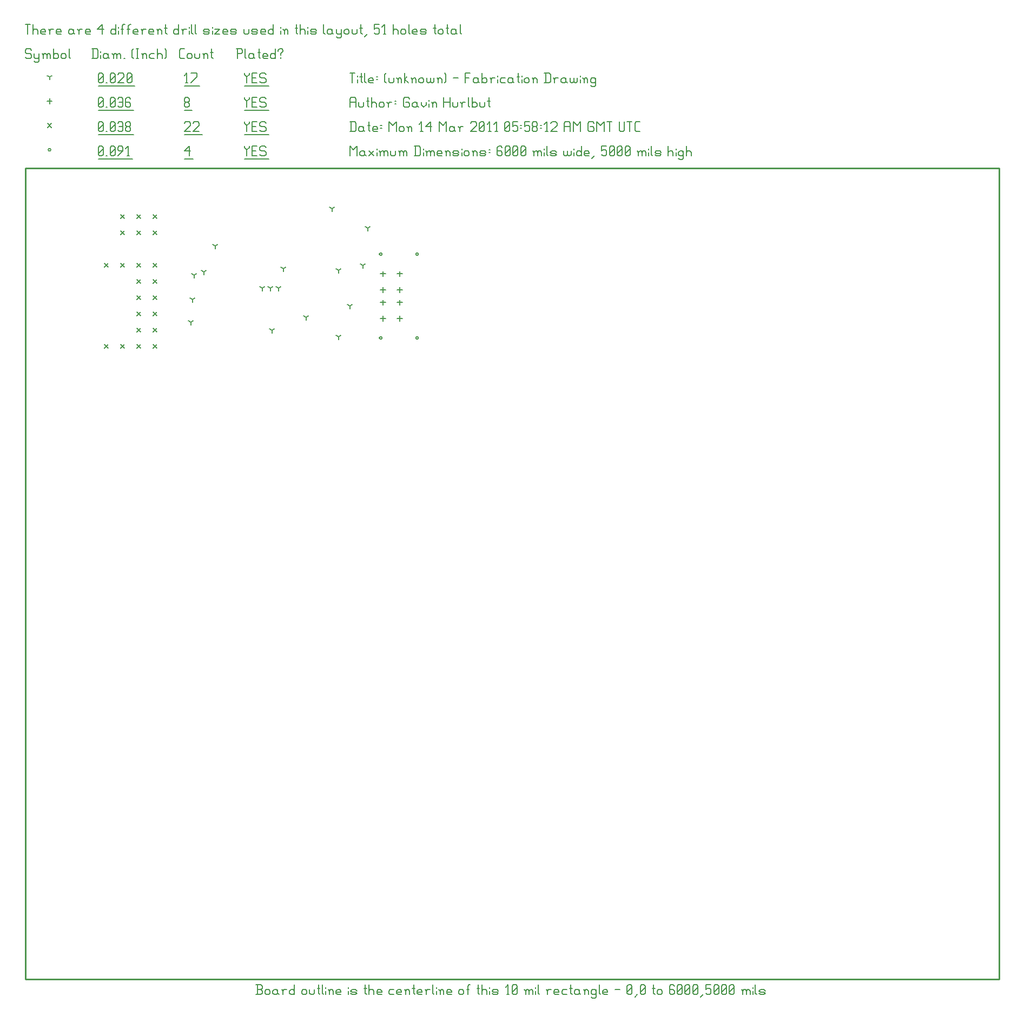
<source format=gbr>
G04 start of page 11 for group -3984 idx -3984 *
G04 Title: (unknown), fab *
G04 Creator: pcb 20091103 *
G04 CreationDate: Mon 14 Mar 2011 05:58:12 AM GMT UTC *
G04 For: gjhurlbu *
G04 Format: Gerber/RS-274X *
G04 PCB-Dimensions: 600000 500000 *
G04 PCB-Coordinate-Origin: lower left *
%MOIN*%
%FSLAX25Y25*%
%LNFAB*%
%ADD11C,0.0100*%
%ADD31R,0.0080X0.0080*%
%ADD32C,0.0060*%
G54D31*X218300Y395200D02*G75*G03X219900Y395200I800J0D01*G01*
G75*G03X218300Y395200I-800J0D01*G01*
X240700D02*G75*G03X242300Y395200I800J0D01*G01*
G75*G03X240700Y395200I-800J0D01*G01*
X218300Y446900D02*G75*G03X219900Y446900I800J0D01*G01*
G75*G03X218300Y446900I-800J0D01*G01*
X240700D02*G75*G03X242300Y446900I800J0D01*G01*
G75*G03X240700Y446900I-800J0D01*G01*
X14200Y511250D02*G75*G03X15800Y511250I800J0D01*G01*
G75*G03X14200Y511250I-800J0D01*G01*
G54D32*X135000Y513500D02*Y512750D01*
X136500Y511250D01*
X138000Y512750D01*
Y513500D02*Y512750D01*
X136500Y511250D02*Y507500D01*
X139801Y510500D02*X142051D01*
X139801Y507500D02*X142801D01*
X139801Y513500D02*Y507500D01*
Y513500D02*X142801D01*
X147603D02*X148353Y512750D01*
X145353Y513500D02*X147603D01*
X144603Y512750D02*X145353Y513500D01*
X144603Y512750D02*Y511250D01*
X145353Y510500D01*
X147603D01*
X148353Y509750D01*
Y508250D01*
X147603Y507500D02*X148353Y508250D01*
X145353Y507500D02*X147603D01*
X144603Y508250D02*X145353Y507500D01*
X135000Y505749D02*X150154D01*
X98000Y510500D02*X101000Y513500D01*
X98000Y510500D02*X101750D01*
X101000Y513500D02*Y507500D01*
X98000Y505749D02*X103551D01*
X45000Y508250D02*X45750Y507500D01*
X45000Y512750D02*Y508250D01*
Y512750D02*X45750Y513500D01*
X47250D01*
X48000Y512750D01*
Y508250D01*
X47250Y507500D02*X48000Y508250D01*
X45750Y507500D02*X47250D01*
X45000Y509000D02*X48000Y512000D01*
X49801Y507500D02*X50551D01*
X52353Y508250D02*X53103Y507500D01*
X52353Y512750D02*Y508250D01*
Y512750D02*X53103Y513500D01*
X54603D01*
X55353Y512750D01*
Y508250D01*
X54603Y507500D02*X55353Y508250D01*
X53103Y507500D02*X54603D01*
X52353Y509000D02*X55353Y512000D01*
X57154Y507500D02*X60154Y510500D01*
Y512750D02*Y510500D01*
X59404Y513500D02*X60154Y512750D01*
X57904Y513500D02*X59404D01*
X57154Y512750D02*X57904Y513500D01*
X57154Y512750D02*Y511250D01*
X57904Y510500D01*
X60154D01*
X62706Y507500D02*X64206D01*
X63456Y513500D02*Y507500D01*
X61956Y512000D02*X63456Y513500D01*
X45000Y505749D02*X66007D01*
X78800Y471200D02*X81200Y468800D01*
X78800D02*X81200Y471200D01*
X78800Y461200D02*X81200Y458800D01*
X78800D02*X81200Y461200D01*
X68800Y471200D02*X71200Y468800D01*
X68800D02*X71200Y471200D01*
X68800Y461200D02*X71200Y458800D01*
X68800D02*X71200Y461200D01*
X58800Y471200D02*X61200Y468800D01*
X58800D02*X61200Y471200D01*
X58800Y461200D02*X61200Y458800D01*
X58800D02*X61200Y461200D01*
X68800Y431200D02*X71200Y428800D01*
X68800D02*X71200Y431200D01*
X78800D02*X81200Y428800D01*
X78800D02*X81200Y431200D01*
X68800Y421200D02*X71200Y418800D01*
X68800D02*X71200Y421200D01*
X78800D02*X81200Y418800D01*
X78800D02*X81200Y421200D01*
X68800Y411200D02*X71200Y408800D01*
X68800D02*X71200Y411200D01*
X78800D02*X81200Y408800D01*
X78800D02*X81200Y411200D01*
X68800Y401200D02*X71200Y398800D01*
X68800D02*X71200Y401200D01*
X78800D02*X81200Y398800D01*
X78800D02*X81200Y401200D01*
X48800Y441200D02*X51200Y438800D01*
X48800D02*X51200Y441200D01*
X58800D02*X61200Y438800D01*
X58800D02*X61200Y441200D01*
X68800D02*X71200Y438800D01*
X68800D02*X71200Y441200D01*
X78800D02*X81200Y438800D01*
X78800D02*X81200Y441200D01*
X78800Y391200D02*X81200Y388800D01*
X78800D02*X81200Y391200D01*
X68800D02*X71200Y388800D01*
X68800D02*X71200Y391200D01*
X58800D02*X61200Y388800D01*
X58800D02*X61200Y391200D01*
X48800D02*X51200Y388800D01*
X48800D02*X51200Y391200D01*
X13800Y527450D02*X16200Y525050D01*
X13800D02*X16200Y527450D01*
X135000Y528500D02*Y527750D01*
X136500Y526250D01*
X138000Y527750D01*
Y528500D02*Y527750D01*
X136500Y526250D02*Y522500D01*
X139801Y525500D02*X142051D01*
X139801Y522500D02*X142801D01*
X139801Y528500D02*Y522500D01*
Y528500D02*X142801D01*
X147603D02*X148353Y527750D01*
X145353Y528500D02*X147603D01*
X144603Y527750D02*X145353Y528500D01*
X144603Y527750D02*Y526250D01*
X145353Y525500D01*
X147603D01*
X148353Y524750D01*
Y523250D01*
X147603Y522500D02*X148353Y523250D01*
X145353Y522500D02*X147603D01*
X144603Y523250D02*X145353Y522500D01*
X135000Y520749D02*X150154D01*
X98000Y527750D02*X98750Y528500D01*
X101000D01*
X101750Y527750D01*
Y526250D01*
X98000Y522500D02*X101750Y526250D01*
X98000Y522500D02*X101750D01*
X103551Y527750D02*X104301Y528500D01*
X106551D01*
X107301Y527750D01*
Y526250D01*
X103551Y522500D02*X107301Y526250D01*
X103551Y522500D02*X107301D01*
X98000Y520749D02*X109103D01*
X45000Y523250D02*X45750Y522500D01*
X45000Y527750D02*Y523250D01*
Y527750D02*X45750Y528500D01*
X47250D01*
X48000Y527750D01*
Y523250D01*
X47250Y522500D02*X48000Y523250D01*
X45750Y522500D02*X47250D01*
X45000Y524000D02*X48000Y527000D01*
X49801Y522500D02*X50551D01*
X52353Y523250D02*X53103Y522500D01*
X52353Y527750D02*Y523250D01*
Y527750D02*X53103Y528500D01*
X54603D01*
X55353Y527750D01*
Y523250D01*
X54603Y522500D02*X55353Y523250D01*
X53103Y522500D02*X54603D01*
X52353Y524000D02*X55353Y527000D01*
X57154Y527750D02*X57904Y528500D01*
X59404D01*
X60154Y527750D01*
Y523250D01*
X59404Y522500D02*X60154Y523250D01*
X57904Y522500D02*X59404D01*
X57154Y523250D02*X57904Y522500D01*
Y525500D02*X60154D01*
X61956Y523250D02*X62706Y522500D01*
X61956Y524750D02*Y523250D01*
Y524750D02*X62706Y525500D01*
X64206D01*
X64956Y524750D01*
Y523250D01*
X64206Y522500D02*X64956Y523250D01*
X62706Y522500D02*X64206D01*
X61956Y526250D02*X62706Y525500D01*
X61956Y527750D02*Y526250D01*
Y527750D02*X62706Y528500D01*
X64206D01*
X64956Y527750D01*
Y526250D01*
X64206Y525500D02*X64956Y526250D01*
X45000Y520749D02*X66757D01*
X230800Y408900D02*Y405700D01*
X229200Y407300D02*X232400D01*
X230800Y418700D02*Y415500D01*
X229200Y417100D02*X232400D01*
X230800Y426600D02*Y423400D01*
X229200Y425000D02*X232400D01*
X230800Y436400D02*Y433200D01*
X229200Y434800D02*X232400D01*
X220500Y408900D02*Y405700D01*
X218900Y407300D02*X222100D01*
X220500Y418700D02*Y415500D01*
X218900Y417100D02*X222100D01*
X220500Y426600D02*Y423400D01*
X218900Y425000D02*X222100D01*
X220500Y436400D02*Y433200D01*
X218900Y434800D02*X222100D01*
X15000Y542850D02*Y539650D01*
X13400Y541250D02*X16600D01*
X135000Y543500D02*Y542750D01*
X136500Y541250D01*
X138000Y542750D01*
Y543500D02*Y542750D01*
X136500Y541250D02*Y537500D01*
X139801Y540500D02*X142051D01*
X139801Y537500D02*X142801D01*
X139801Y543500D02*Y537500D01*
Y543500D02*X142801D01*
X147603D02*X148353Y542750D01*
X145353Y543500D02*X147603D01*
X144603Y542750D02*X145353Y543500D01*
X144603Y542750D02*Y541250D01*
X145353Y540500D01*
X147603D01*
X148353Y539750D01*
Y538250D01*
X147603Y537500D02*X148353Y538250D01*
X145353Y537500D02*X147603D01*
X144603Y538250D02*X145353Y537500D01*
X135000Y535749D02*X150154D01*
X98000Y538250D02*X98750Y537500D01*
X98000Y539750D02*Y538250D01*
Y539750D02*X98750Y540500D01*
X100250D01*
X101000Y539750D01*
Y538250D01*
X100250Y537500D02*X101000Y538250D01*
X98750Y537500D02*X100250D01*
X98000Y541250D02*X98750Y540500D01*
X98000Y542750D02*Y541250D01*
Y542750D02*X98750Y543500D01*
X100250D01*
X101000Y542750D01*
Y541250D01*
X100250Y540500D02*X101000Y541250D01*
X98000Y535749D02*X102801D01*
X45000Y538250D02*X45750Y537500D01*
X45000Y542750D02*Y538250D01*
Y542750D02*X45750Y543500D01*
X47250D01*
X48000Y542750D01*
Y538250D01*
X47250Y537500D02*X48000Y538250D01*
X45750Y537500D02*X47250D01*
X45000Y539000D02*X48000Y542000D01*
X49801Y537500D02*X50551D01*
X52353Y538250D02*X53103Y537500D01*
X52353Y542750D02*Y538250D01*
Y542750D02*X53103Y543500D01*
X54603D01*
X55353Y542750D01*
Y538250D01*
X54603Y537500D02*X55353Y538250D01*
X53103Y537500D02*X54603D01*
X52353Y539000D02*X55353Y542000D01*
X57154Y542750D02*X57904Y543500D01*
X59404D01*
X60154Y542750D01*
Y538250D01*
X59404Y537500D02*X60154Y538250D01*
X57904Y537500D02*X59404D01*
X57154Y538250D02*X57904Y537500D01*
Y540500D02*X60154D01*
X64206Y543500D02*X64956Y542750D01*
X62706Y543500D02*X64206D01*
X61956Y542750D02*X62706Y543500D01*
X61956Y542750D02*Y538250D01*
X62706Y537500D01*
X64206Y540500D02*X64956Y539750D01*
X61956Y540500D02*X64206D01*
X62706Y537500D02*X64206D01*
X64956Y538250D01*
Y539750D02*Y538250D01*
X45000Y535749D02*X66757D01*
X193000Y437000D02*Y435400D01*
Y437000D02*X194386Y437800D01*
X193000Y437000D02*X191614Y437800D01*
X156000Y426000D02*Y424400D01*
Y426000D02*X157386Y426800D01*
X156000Y426000D02*X154614Y426800D01*
X151000Y426000D02*Y424400D01*
Y426000D02*X152386Y426800D01*
X151000Y426000D02*X149614Y426800D01*
X146000Y426000D02*Y424400D01*
Y426000D02*X147386Y426800D01*
X146000Y426000D02*X144614Y426800D01*
X102000Y405000D02*Y403400D01*
Y405000D02*X103386Y405800D01*
X102000Y405000D02*X100614Y405800D01*
X152000Y400000D02*Y398400D01*
Y400000D02*X153386Y400800D01*
X152000Y400000D02*X150614Y400800D01*
X193000Y396000D02*Y394400D01*
Y396000D02*X194386Y396800D01*
X193000Y396000D02*X191614Y396800D01*
X211000Y463000D02*Y461400D01*
Y463000D02*X212386Y463800D01*
X211000Y463000D02*X209614Y463800D01*
X104000Y434000D02*Y432400D01*
Y434000D02*X105386Y434800D01*
X104000Y434000D02*X102614Y434800D01*
X173000Y408000D02*Y406400D01*
Y408000D02*X174386Y408800D01*
X173000Y408000D02*X171614Y408800D01*
X159000Y438000D02*Y436400D01*
Y438000D02*X160386Y438800D01*
X159000Y438000D02*X157614Y438800D01*
X117000Y452000D02*Y450400D01*
Y452000D02*X118386Y452800D01*
X117000Y452000D02*X115614Y452800D01*
X200000Y415000D02*Y413400D01*
Y415000D02*X201386Y415800D01*
X200000Y415000D02*X198614Y415800D01*
X110000Y436000D02*Y434400D01*
Y436000D02*X111386Y436800D01*
X110000Y436000D02*X108614Y436800D01*
X208000Y440000D02*Y438400D01*
Y440000D02*X209386Y440800D01*
X208000Y440000D02*X206614Y440800D01*
X189000Y475000D02*Y473400D01*
Y475000D02*X190386Y475800D01*
X189000Y475000D02*X187614Y475800D01*
X103000Y419000D02*Y417400D01*
Y419000D02*X104386Y419800D01*
X103000Y419000D02*X101614Y419800D01*
X15000Y556250D02*Y554650D01*
Y556250D02*X16386Y557050D01*
X15000Y556250D02*X13614Y557050D01*
X135000Y558500D02*Y557750D01*
X136500Y556250D01*
X138000Y557750D01*
Y558500D02*Y557750D01*
X136500Y556250D02*Y552500D01*
X139801Y555500D02*X142051D01*
X139801Y552500D02*X142801D01*
X139801Y558500D02*Y552500D01*
Y558500D02*X142801D01*
X147603D02*X148353Y557750D01*
X145353Y558500D02*X147603D01*
X144603Y557750D02*X145353Y558500D01*
X144603Y557750D02*Y556250D01*
X145353Y555500D01*
X147603D01*
X148353Y554750D01*
Y553250D01*
X147603Y552500D02*X148353Y553250D01*
X145353Y552500D02*X147603D01*
X144603Y553250D02*X145353Y552500D01*
X135000Y550749D02*X150154D01*
X98750Y552500D02*X100250D01*
X99500Y558500D02*Y552500D01*
X98000Y557000D02*X99500Y558500D01*
X102051Y552500D02*X105801Y556250D01*
Y558500D02*Y556250D01*
X102051Y558500D02*X105801D01*
X98000Y550749D02*X107603D01*
X45000Y553250D02*X45750Y552500D01*
X45000Y557750D02*Y553250D01*
Y557750D02*X45750Y558500D01*
X47250D01*
X48000Y557750D01*
Y553250D01*
X47250Y552500D02*X48000Y553250D01*
X45750Y552500D02*X47250D01*
X45000Y554000D02*X48000Y557000D01*
X49801Y552500D02*X50551D01*
X52353Y553250D02*X53103Y552500D01*
X52353Y557750D02*Y553250D01*
Y557750D02*X53103Y558500D01*
X54603D01*
X55353Y557750D01*
Y553250D01*
X54603Y552500D02*X55353Y553250D01*
X53103Y552500D02*X54603D01*
X52353Y554000D02*X55353Y557000D01*
X57154Y557750D02*X57904Y558500D01*
X60154D01*
X60904Y557750D01*
Y556250D01*
X57154Y552500D02*X60904Y556250D01*
X57154Y552500D02*X60904D01*
X62706Y553250D02*X63456Y552500D01*
X62706Y557750D02*Y553250D01*
Y557750D02*X63456Y558500D01*
X64956D01*
X65706Y557750D01*
Y553250D01*
X64956Y552500D02*X65706Y553250D01*
X63456Y552500D02*X64956D01*
X62706Y554000D02*X65706Y557000D01*
X45000Y550749D02*X67507D01*
X3000Y573500D02*X3750Y572750D01*
X750Y573500D02*X3000D01*
X0Y572750D02*X750Y573500D01*
X0Y572750D02*Y571250D01*
X750Y570500D01*
X3000D01*
X3750Y569750D01*
Y568250D01*
X3000Y567500D02*X3750Y568250D01*
X750Y567500D02*X3000D01*
X0Y568250D02*X750Y567500D01*
X5551Y570500D02*Y568250D01*
X6301Y567500D01*
X8551Y570500D02*Y566000D01*
X7801Y565250D02*X8551Y566000D01*
X6301Y565250D02*X7801D01*
X5551Y566000D02*X6301Y565250D01*
Y567500D02*X7801D01*
X8551Y568250D01*
X11103Y569750D02*Y567500D01*
Y569750D02*X11853Y570500D01*
X12603D01*
X13353Y569750D01*
Y567500D01*
Y569750D02*X14103Y570500D01*
X14853D01*
X15603Y569750D01*
Y567500D01*
X10353Y570500D02*X11103Y569750D01*
X17404Y573500D02*Y567500D01*
Y568250D02*X18154Y567500D01*
X19654D01*
X20404Y568250D01*
Y569750D02*Y568250D01*
X19654Y570500D02*X20404Y569750D01*
X18154Y570500D02*X19654D01*
X17404Y569750D02*X18154Y570500D01*
X22206Y569750D02*Y568250D01*
Y569750D02*X22956Y570500D01*
X24456D01*
X25206Y569750D01*
Y568250D01*
X24456Y567500D02*X25206Y568250D01*
X22956Y567500D02*X24456D01*
X22206Y568250D02*X22956Y567500D01*
X27007Y573500D02*Y568250D01*
X27757Y567500D01*
X41750Y573500D02*Y567500D01*
X44000Y573500D02*X44750Y572750D01*
Y568250D01*
X44000Y567500D02*X44750Y568250D01*
X41000Y567500D02*X44000D01*
X41000Y573500D02*X44000D01*
X46551Y572000D02*Y571250D01*
Y569750D02*Y567500D01*
X50303Y570500D02*X51053Y569750D01*
X48803Y570500D02*X50303D01*
X48053Y569750D02*X48803Y570500D01*
X48053Y569750D02*Y568250D01*
X48803Y567500D01*
X51053Y570500D02*Y568250D01*
X51803Y567500D01*
X48803D02*X50303D01*
X51053Y568250D01*
X54354Y569750D02*Y567500D01*
Y569750D02*X55104Y570500D01*
X55854D01*
X56604Y569750D01*
Y567500D01*
Y569750D02*X57354Y570500D01*
X58104D01*
X58854Y569750D01*
Y567500D01*
X53604Y570500D02*X54354Y569750D01*
X60656Y567500D02*X61406D01*
X65907Y568250D02*X66657Y567500D01*
X65907Y572750D02*X66657Y573500D01*
X65907Y572750D02*Y568250D01*
X68459Y573500D02*X69959D01*
X69209D02*Y567500D01*
X68459D02*X69959D01*
X72510Y569750D02*Y567500D01*
Y569750D02*X73260Y570500D01*
X74010D01*
X74760Y569750D01*
Y567500D01*
X71760Y570500D02*X72510Y569750D01*
X77312Y570500D02*X79562D01*
X76562Y569750D02*X77312Y570500D01*
X76562Y569750D02*Y568250D01*
X77312Y567500D01*
X79562D01*
X81363Y573500D02*Y567500D01*
Y569750D02*X82113Y570500D01*
X83613D01*
X84363Y569750D01*
Y567500D01*
X86165Y573500D02*X86915Y572750D01*
Y568250D01*
X86165Y567500D02*X86915Y568250D01*
X95750Y567500D02*X98000D01*
X95000Y568250D02*X95750Y567500D01*
X95000Y572750D02*Y568250D01*
Y572750D02*X95750Y573500D01*
X98000D01*
X99801Y569750D02*Y568250D01*
Y569750D02*X100551Y570500D01*
X102051D01*
X102801Y569750D01*
Y568250D01*
X102051Y567500D02*X102801Y568250D01*
X100551Y567500D02*X102051D01*
X99801Y568250D02*X100551Y567500D01*
X104603Y570500D02*Y568250D01*
X105353Y567500D01*
X106853D01*
X107603Y568250D01*
Y570500D02*Y568250D01*
X110154Y569750D02*Y567500D01*
Y569750D02*X110904Y570500D01*
X111654D01*
X112404Y569750D01*
Y567500D01*
X109404Y570500D02*X110154Y569750D01*
X114956Y573500D02*Y568250D01*
X115706Y567500D01*
X114206Y571250D02*X115706D01*
X130750Y573500D02*Y567500D01*
X130000Y573500D02*X133000D01*
X133750Y572750D01*
Y571250D01*
X133000Y570500D02*X133750Y571250D01*
X130750Y570500D02*X133000D01*
X135551Y573500D02*Y568250D01*
X136301Y567500D01*
X140053Y570500D02*X140803Y569750D01*
X138553Y570500D02*X140053D01*
X137803Y569750D02*X138553Y570500D01*
X137803Y569750D02*Y568250D01*
X138553Y567500D01*
X140803Y570500D02*Y568250D01*
X141553Y567500D01*
X138553D02*X140053D01*
X140803Y568250D01*
X144104Y573500D02*Y568250D01*
X144854Y567500D01*
X143354Y571250D02*X144854D01*
X147106Y567500D02*X149356D01*
X146356Y568250D02*X147106Y567500D01*
X146356Y569750D02*Y568250D01*
Y569750D02*X147106Y570500D01*
X148606D01*
X149356Y569750D01*
X146356Y569000D02*X149356D01*
Y569750D02*Y569000D01*
X154157Y573500D02*Y567500D01*
X153407D02*X154157Y568250D01*
X151907Y567500D02*X153407D01*
X151157Y568250D02*X151907Y567500D01*
X151157Y569750D02*Y568250D01*
Y569750D02*X151907Y570500D01*
X153407D01*
X154157Y569750D01*
X157459Y570500D02*Y569750D01*
Y568250D02*Y567500D01*
X155959Y572750D02*Y572000D01*
Y572750D02*X156709Y573500D01*
X158209D01*
X158959Y572750D01*
Y572000D01*
X157459Y570500D02*X158959Y572000D01*
X0Y588500D02*X3000D01*
X1500D02*Y582500D01*
X4801Y588500D02*Y582500D01*
Y584750D02*X5551Y585500D01*
X7051D01*
X7801Y584750D01*
Y582500D01*
X10353D02*X12603D01*
X9603Y583250D02*X10353Y582500D01*
X9603Y584750D02*Y583250D01*
Y584750D02*X10353Y585500D01*
X11853D01*
X12603Y584750D01*
X9603Y584000D02*X12603D01*
Y584750D02*Y584000D01*
X15154Y584750D02*Y582500D01*
Y584750D02*X15904Y585500D01*
X17404D01*
X14404D02*X15154Y584750D01*
X19956Y582500D02*X22206D01*
X19206Y583250D02*X19956Y582500D01*
X19206Y584750D02*Y583250D01*
Y584750D02*X19956Y585500D01*
X21456D01*
X22206Y584750D01*
X19206Y584000D02*X22206D01*
Y584750D02*Y584000D01*
X28957Y585500D02*X29707Y584750D01*
X27457Y585500D02*X28957D01*
X26707Y584750D02*X27457Y585500D01*
X26707Y584750D02*Y583250D01*
X27457Y582500D01*
X29707Y585500D02*Y583250D01*
X30457Y582500D01*
X27457D02*X28957D01*
X29707Y583250D01*
X33009Y584750D02*Y582500D01*
Y584750D02*X33759Y585500D01*
X35259D01*
X32259D02*X33009Y584750D01*
X37810Y582500D02*X40060D01*
X37060Y583250D02*X37810Y582500D01*
X37060Y584750D02*Y583250D01*
Y584750D02*X37810Y585500D01*
X39310D01*
X40060Y584750D01*
X37060Y584000D02*X40060D01*
Y584750D02*Y584000D01*
X44562Y585500D02*X47562Y588500D01*
X44562Y585500D02*X48312D01*
X47562Y588500D02*Y582500D01*
X55813Y588500D02*Y582500D01*
X55063D02*X55813Y583250D01*
X53563Y582500D02*X55063D01*
X52813Y583250D02*X53563Y582500D01*
X52813Y584750D02*Y583250D01*
Y584750D02*X53563Y585500D01*
X55063D01*
X55813Y584750D01*
X57615Y587000D02*Y586250D01*
Y584750D02*Y582500D01*
X59866Y587750D02*Y582500D01*
Y587750D02*X60616Y588500D01*
X61366D01*
X59116Y585500D02*X60616D01*
X63618Y587750D02*Y582500D01*
Y587750D02*X64368Y588500D01*
X65118D01*
X62868Y585500D02*X64368D01*
X67369Y582500D02*X69619D01*
X66619Y583250D02*X67369Y582500D01*
X66619Y584750D02*Y583250D01*
Y584750D02*X67369Y585500D01*
X68869D01*
X69619Y584750D01*
X66619Y584000D02*X69619D01*
Y584750D02*Y584000D01*
X72171Y584750D02*Y582500D01*
Y584750D02*X72921Y585500D01*
X74421D01*
X71421D02*X72171Y584750D01*
X76972Y582500D02*X79222D01*
X76222Y583250D02*X76972Y582500D01*
X76222Y584750D02*Y583250D01*
Y584750D02*X76972Y585500D01*
X78472D01*
X79222Y584750D01*
X76222Y584000D02*X79222D01*
Y584750D02*Y584000D01*
X81774Y584750D02*Y582500D01*
Y584750D02*X82524Y585500D01*
X83274D01*
X84024Y584750D01*
Y582500D01*
X81024Y585500D02*X81774Y584750D01*
X86575Y588500D02*Y583250D01*
X87325Y582500D01*
X85825Y586250D02*X87325D01*
X94527Y588500D02*Y582500D01*
X93777D02*X94527Y583250D01*
X92277Y582500D02*X93777D01*
X91527Y583250D02*X92277Y582500D01*
X91527Y584750D02*Y583250D01*
Y584750D02*X92277Y585500D01*
X93777D01*
X94527Y584750D01*
X97078D02*Y582500D01*
Y584750D02*X97828Y585500D01*
X99328D01*
X96328D02*X97078Y584750D01*
X101130Y587000D02*Y586250D01*
Y584750D02*Y582500D01*
X102631Y588500D02*Y583250D01*
X103381Y582500D01*
X104883Y588500D02*Y583250D01*
X105633Y582500D01*
X110584D02*X112834D01*
X113584Y583250D01*
X112834Y584000D02*X113584Y583250D01*
X110584Y584000D02*X112834D01*
X109834Y584750D02*X110584Y584000D01*
X109834Y584750D02*X110584Y585500D01*
X112834D01*
X113584Y584750D01*
X109834Y583250D02*X110584Y582500D01*
X115386Y587000D02*Y586250D01*
Y584750D02*Y582500D01*
X116887Y585500D02*X119887D01*
X116887Y582500D02*X119887Y585500D01*
X116887Y582500D02*X119887D01*
X122439D02*X124689D01*
X121689Y583250D02*X122439Y582500D01*
X121689Y584750D02*Y583250D01*
Y584750D02*X122439Y585500D01*
X123939D01*
X124689Y584750D01*
X121689Y584000D02*X124689D01*
Y584750D02*Y584000D01*
X127240Y582500D02*X129490D01*
X130240Y583250D01*
X129490Y584000D02*X130240Y583250D01*
X127240Y584000D02*X129490D01*
X126490Y584750D02*X127240Y584000D01*
X126490Y584750D02*X127240Y585500D01*
X129490D01*
X130240Y584750D01*
X126490Y583250D02*X127240Y582500D01*
X134742Y585500D02*Y583250D01*
X135492Y582500D01*
X136992D01*
X137742Y583250D01*
Y585500D02*Y583250D01*
X140293Y582500D02*X142543D01*
X143293Y583250D01*
X142543Y584000D02*X143293Y583250D01*
X140293Y584000D02*X142543D01*
X139543Y584750D02*X140293Y584000D01*
X139543Y584750D02*X140293Y585500D01*
X142543D01*
X143293Y584750D01*
X139543Y583250D02*X140293Y582500D01*
X145845D02*X148095D01*
X145095Y583250D02*X145845Y582500D01*
X145095Y584750D02*Y583250D01*
Y584750D02*X145845Y585500D01*
X147345D01*
X148095Y584750D01*
X145095Y584000D02*X148095D01*
Y584750D02*Y584000D01*
X152896Y588500D02*Y582500D01*
X152146D02*X152896Y583250D01*
X150646Y582500D02*X152146D01*
X149896Y583250D02*X150646Y582500D01*
X149896Y584750D02*Y583250D01*
Y584750D02*X150646Y585500D01*
X152146D01*
X152896Y584750D01*
X157398Y587000D02*Y586250D01*
Y584750D02*Y582500D01*
X159649Y584750D02*Y582500D01*
Y584750D02*X160399Y585500D01*
X161149D01*
X161899Y584750D01*
Y582500D01*
X158899Y585500D02*X159649Y584750D01*
X167151Y588500D02*Y583250D01*
X167901Y582500D01*
X166401Y586250D02*X167901D01*
X169402Y588500D02*Y582500D01*
Y584750D02*X170152Y585500D01*
X171652D01*
X172402Y584750D01*
Y582500D01*
X174204Y587000D02*Y586250D01*
Y584750D02*Y582500D01*
X176455D02*X178705D01*
X179455Y583250D01*
X178705Y584000D02*X179455Y583250D01*
X176455Y584000D02*X178705D01*
X175705Y584750D02*X176455Y584000D01*
X175705Y584750D02*X176455Y585500D01*
X178705D01*
X179455Y584750D01*
X175705Y583250D02*X176455Y582500D01*
X183957Y588500D02*Y583250D01*
X184707Y582500D01*
X188458Y585500D02*X189208Y584750D01*
X186958Y585500D02*X188458D01*
X186208Y584750D02*X186958Y585500D01*
X186208Y584750D02*Y583250D01*
X186958Y582500D01*
X189208Y585500D02*Y583250D01*
X189958Y582500D01*
X186958D02*X188458D01*
X189208Y583250D01*
X191760Y585500D02*Y583250D01*
X192510Y582500D01*
X194760Y585500D02*Y581000D01*
X194010Y580250D02*X194760Y581000D01*
X192510Y580250D02*X194010D01*
X191760Y581000D02*X192510Y580250D01*
Y582500D02*X194010D01*
X194760Y583250D01*
X196561Y584750D02*Y583250D01*
Y584750D02*X197311Y585500D01*
X198811D01*
X199561Y584750D01*
Y583250D01*
X198811Y582500D02*X199561Y583250D01*
X197311Y582500D02*X198811D01*
X196561Y583250D02*X197311Y582500D01*
X201363Y585500D02*Y583250D01*
X202113Y582500D01*
X203613D01*
X204363Y583250D01*
Y585500D02*Y583250D01*
X206914Y588500D02*Y583250D01*
X207664Y582500D01*
X206164Y586250D02*X207664D01*
X209166Y581000D02*X210666Y582500D01*
X215167Y588500D02*X218167D01*
X215167D02*Y585500D01*
X215917Y586250D01*
X217417D01*
X218167Y585500D01*
Y583250D01*
X217417Y582500D02*X218167Y583250D01*
X215917Y582500D02*X217417D01*
X215167Y583250D02*X215917Y582500D01*
X220719D02*X222219D01*
X221469Y588500D02*Y582500D01*
X219969Y587000D02*X221469Y588500D01*
X226720D02*Y582500D01*
Y584750D02*X227470Y585500D01*
X228970D01*
X229720Y584750D01*
Y582500D01*
X231522Y584750D02*Y583250D01*
Y584750D02*X232272Y585500D01*
X233772D01*
X234522Y584750D01*
Y583250D01*
X233772Y582500D02*X234522Y583250D01*
X232272Y582500D02*X233772D01*
X231522Y583250D02*X232272Y582500D01*
X236323Y588500D02*Y583250D01*
X237073Y582500D01*
X239325D02*X241575D01*
X238575Y583250D02*X239325Y582500D01*
X238575Y584750D02*Y583250D01*
Y584750D02*X239325Y585500D01*
X240825D01*
X241575Y584750D01*
X238575Y584000D02*X241575D01*
Y584750D02*Y584000D01*
X244126Y582500D02*X246376D01*
X247126Y583250D01*
X246376Y584000D02*X247126Y583250D01*
X244126Y584000D02*X246376D01*
X243376Y584750D02*X244126Y584000D01*
X243376Y584750D02*X244126Y585500D01*
X246376D01*
X247126Y584750D01*
X243376Y583250D02*X244126Y582500D01*
X252378Y588500D02*Y583250D01*
X253128Y582500D01*
X251628Y586250D02*X253128D01*
X254629Y584750D02*Y583250D01*
Y584750D02*X255379Y585500D01*
X256879D01*
X257629Y584750D01*
Y583250D01*
X256879Y582500D02*X257629Y583250D01*
X255379Y582500D02*X256879D01*
X254629Y583250D02*X255379Y582500D01*
X260181Y588500D02*Y583250D01*
X260931Y582500D01*
X259431Y586250D02*X260931D01*
X264682Y585500D02*X265432Y584750D01*
X263182Y585500D02*X264682D01*
X262432Y584750D02*X263182Y585500D01*
X262432Y584750D02*Y583250D01*
X263182Y582500D01*
X265432Y585500D02*Y583250D01*
X266182Y582500D01*
X263182D02*X264682D01*
X265432Y583250D01*
X267984Y588500D02*Y583250D01*
X268734Y582500D01*
G54D11*X0Y500000D02*X600000D01*
X0D02*Y0D01*
X600000Y500000D02*Y0D01*
X0D02*X600000D01*
G54D32*X200000Y513500D02*Y507500D01*
Y513500D02*X202250Y511250D01*
X204500Y513500D01*
Y507500D01*
X208551Y510500D02*X209301Y509750D01*
X207051Y510500D02*X208551D01*
X206301Y509750D02*X207051Y510500D01*
X206301Y509750D02*Y508250D01*
X207051Y507500D01*
X209301Y510500D02*Y508250D01*
X210051Y507500D01*
X207051D02*X208551D01*
X209301Y508250D01*
X211853Y510500D02*X214853Y507500D01*
X211853D02*X214853Y510500D01*
X216654Y512000D02*Y511250D01*
Y509750D02*Y507500D01*
X218906Y509750D02*Y507500D01*
Y509750D02*X219656Y510500D01*
X220406D01*
X221156Y509750D01*
Y507500D01*
Y509750D02*X221906Y510500D01*
X222656D01*
X223406Y509750D01*
Y507500D01*
X218156Y510500D02*X218906Y509750D01*
X225207Y510500D02*Y508250D01*
X225957Y507500D01*
X227457D01*
X228207Y508250D01*
Y510500D02*Y508250D01*
X230759Y509750D02*Y507500D01*
Y509750D02*X231509Y510500D01*
X232259D01*
X233009Y509750D01*
Y507500D01*
Y509750D02*X233759Y510500D01*
X234509D01*
X235259Y509750D01*
Y507500D01*
X230009Y510500D02*X230759Y509750D01*
X240510Y513500D02*Y507500D01*
X242760Y513500D02*X243510Y512750D01*
Y508250D01*
X242760Y507500D02*X243510Y508250D01*
X239760Y507500D02*X242760D01*
X239760Y513500D02*X242760D01*
X245312Y512000D02*Y511250D01*
Y509750D02*Y507500D01*
X247563Y509750D02*Y507500D01*
Y509750D02*X248313Y510500D01*
X249063D01*
X249813Y509750D01*
Y507500D01*
Y509750D02*X250563Y510500D01*
X251313D01*
X252063Y509750D01*
Y507500D01*
X246813Y510500D02*X247563Y509750D01*
X254615Y507500D02*X256865D01*
X253865Y508250D02*X254615Y507500D01*
X253865Y509750D02*Y508250D01*
Y509750D02*X254615Y510500D01*
X256115D01*
X256865Y509750D01*
X253865Y509000D02*X256865D01*
Y509750D02*Y509000D01*
X259416Y509750D02*Y507500D01*
Y509750D02*X260166Y510500D01*
X260916D01*
X261666Y509750D01*
Y507500D01*
X258666Y510500D02*X259416Y509750D01*
X264218Y507500D02*X266468D01*
X267218Y508250D01*
X266468Y509000D02*X267218Y508250D01*
X264218Y509000D02*X266468D01*
X263468Y509750D02*X264218Y509000D01*
X263468Y509750D02*X264218Y510500D01*
X266468D01*
X267218Y509750D01*
X263468Y508250D02*X264218Y507500D01*
X269019Y512000D02*Y511250D01*
Y509750D02*Y507500D01*
X270521Y509750D02*Y508250D01*
Y509750D02*X271271Y510500D01*
X272771D01*
X273521Y509750D01*
Y508250D01*
X272771Y507500D02*X273521Y508250D01*
X271271Y507500D02*X272771D01*
X270521Y508250D02*X271271Y507500D01*
X276072Y509750D02*Y507500D01*
Y509750D02*X276822Y510500D01*
X277572D01*
X278322Y509750D01*
Y507500D01*
X275322Y510500D02*X276072Y509750D01*
X280874Y507500D02*X283124D01*
X283874Y508250D01*
X283124Y509000D02*X283874Y508250D01*
X280874Y509000D02*X283124D01*
X280124Y509750D02*X280874Y509000D01*
X280124Y509750D02*X280874Y510500D01*
X283124D01*
X283874Y509750D01*
X280124Y508250D02*X280874Y507500D01*
X285675Y511250D02*X286425D01*
X285675Y509750D02*X286425D01*
X293177Y513500D02*X293927Y512750D01*
X291677Y513500D02*X293177D01*
X290927Y512750D02*X291677Y513500D01*
X290927Y512750D02*Y508250D01*
X291677Y507500D01*
X293177Y510500D02*X293927Y509750D01*
X290927Y510500D02*X293177D01*
X291677Y507500D02*X293177D01*
X293927Y508250D01*
Y509750D02*Y508250D01*
X295728D02*X296478Y507500D01*
X295728Y512750D02*Y508250D01*
Y512750D02*X296478Y513500D01*
X297978D01*
X298728Y512750D01*
Y508250D01*
X297978Y507500D02*X298728Y508250D01*
X296478Y507500D02*X297978D01*
X295728Y509000D02*X298728Y512000D01*
X300530Y508250D02*X301280Y507500D01*
X300530Y512750D02*Y508250D01*
Y512750D02*X301280Y513500D01*
X302780D01*
X303530Y512750D01*
Y508250D01*
X302780Y507500D02*X303530Y508250D01*
X301280Y507500D02*X302780D01*
X300530Y509000D02*X303530Y512000D01*
X305331Y508250D02*X306081Y507500D01*
X305331Y512750D02*Y508250D01*
Y512750D02*X306081Y513500D01*
X307581D01*
X308331Y512750D01*
Y508250D01*
X307581Y507500D02*X308331Y508250D01*
X306081Y507500D02*X307581D01*
X305331Y509000D02*X308331Y512000D01*
X313583Y509750D02*Y507500D01*
Y509750D02*X314333Y510500D01*
X315083D01*
X315833Y509750D01*
Y507500D01*
Y509750D02*X316583Y510500D01*
X317333D01*
X318083Y509750D01*
Y507500D01*
X312833Y510500D02*X313583Y509750D01*
X319884Y512000D02*Y511250D01*
Y509750D02*Y507500D01*
X321386Y513500D02*Y508250D01*
X322136Y507500D01*
X324387D02*X326637D01*
X327387Y508250D01*
X326637Y509000D02*X327387Y508250D01*
X324387Y509000D02*X326637D01*
X323637Y509750D02*X324387Y509000D01*
X323637Y509750D02*X324387Y510500D01*
X326637D01*
X327387Y509750D01*
X323637Y508250D02*X324387Y507500D01*
X331889Y510500D02*Y508250D01*
X332639Y507500D01*
X333389D01*
X334139Y508250D01*
Y510500D02*Y508250D01*
X334889Y507500D01*
X335639D01*
X336389Y508250D01*
Y510500D02*Y508250D01*
X338190Y512000D02*Y511250D01*
Y509750D02*Y507500D01*
X342692Y513500D02*Y507500D01*
X341942D02*X342692Y508250D01*
X340442Y507500D02*X341942D01*
X339692Y508250D02*X340442Y507500D01*
X339692Y509750D02*Y508250D01*
Y509750D02*X340442Y510500D01*
X341942D01*
X342692Y509750D01*
X345243Y507500D02*X347493D01*
X344493Y508250D02*X345243Y507500D01*
X344493Y509750D02*Y508250D01*
Y509750D02*X345243Y510500D01*
X346743D01*
X347493Y509750D01*
X344493Y509000D02*X347493D01*
Y509750D02*Y509000D01*
X349295Y506000D02*X350795Y507500D01*
X355296Y513500D02*X358296D01*
X355296D02*Y510500D01*
X356046Y511250D01*
X357546D01*
X358296Y510500D01*
Y508250D01*
X357546Y507500D02*X358296Y508250D01*
X356046Y507500D02*X357546D01*
X355296Y508250D02*X356046Y507500D01*
X360098Y508250D02*X360848Y507500D01*
X360098Y512750D02*Y508250D01*
Y512750D02*X360848Y513500D01*
X362348D01*
X363098Y512750D01*
Y508250D01*
X362348Y507500D02*X363098Y508250D01*
X360848Y507500D02*X362348D01*
X360098Y509000D02*X363098Y512000D01*
X364899Y508250D02*X365649Y507500D01*
X364899Y512750D02*Y508250D01*
Y512750D02*X365649Y513500D01*
X367149D01*
X367899Y512750D01*
Y508250D01*
X367149Y507500D02*X367899Y508250D01*
X365649Y507500D02*X367149D01*
X364899Y509000D02*X367899Y512000D01*
X369701Y508250D02*X370451Y507500D01*
X369701Y512750D02*Y508250D01*
Y512750D02*X370451Y513500D01*
X371951D01*
X372701Y512750D01*
Y508250D01*
X371951Y507500D02*X372701Y508250D01*
X370451Y507500D02*X371951D01*
X369701Y509000D02*X372701Y512000D01*
X377952Y509750D02*Y507500D01*
Y509750D02*X378702Y510500D01*
X379452D01*
X380202Y509750D01*
Y507500D01*
Y509750D02*X380952Y510500D01*
X381702D01*
X382452Y509750D01*
Y507500D01*
X377202Y510500D02*X377952Y509750D01*
X384254Y512000D02*Y511250D01*
Y509750D02*Y507500D01*
X385755Y513500D02*Y508250D01*
X386505Y507500D01*
X388757D02*X391007D01*
X391757Y508250D01*
X391007Y509000D02*X391757Y508250D01*
X388757Y509000D02*X391007D01*
X388007Y509750D02*X388757Y509000D01*
X388007Y509750D02*X388757Y510500D01*
X391007D01*
X391757Y509750D01*
X388007Y508250D02*X388757Y507500D01*
X396258Y513500D02*Y507500D01*
Y509750D02*X397008Y510500D01*
X398508D01*
X399258Y509750D01*
Y507500D01*
X401060Y512000D02*Y511250D01*
Y509750D02*Y507500D01*
X404811Y510500D02*X405561Y509750D01*
X403311Y510500D02*X404811D01*
X402561Y509750D02*X403311Y510500D01*
X402561Y509750D02*Y508250D01*
X403311Y507500D01*
X404811D01*
X405561Y508250D01*
X402561Y506000D02*X403311Y505250D01*
X404811D01*
X405561Y506000D01*
Y510500D02*Y506000D01*
X407363Y513500D02*Y507500D01*
Y509750D02*X408113Y510500D01*
X409613D01*
X410363Y509750D01*
Y507500D01*
X142226Y-9500D02*X145226D01*
X145976Y-8750D01*
Y-7250D02*Y-8750D01*
X145226Y-6500D02*X145976Y-7250D01*
X142976Y-6500D02*X145226D01*
X142976Y-3500D02*Y-9500D01*
X142226Y-3500D02*X145226D01*
X145976Y-4250D01*
Y-5750D01*
X145226Y-6500D02*X145976Y-5750D01*
X147777Y-7250D02*Y-8750D01*
Y-7250D02*X148527Y-6500D01*
X150027D01*
X150777Y-7250D01*
Y-8750D01*
X150027Y-9500D02*X150777Y-8750D01*
X148527Y-9500D02*X150027D01*
X147777Y-8750D02*X148527Y-9500D01*
X154829Y-6500D02*X155579Y-7250D01*
X153329Y-6500D02*X154829D01*
X152579Y-7250D02*X153329Y-6500D01*
X152579Y-7250D02*Y-8750D01*
X153329Y-9500D01*
X155579Y-6500D02*Y-8750D01*
X156329Y-9500D01*
X153329D02*X154829D01*
X155579Y-8750D01*
X158880Y-7250D02*Y-9500D01*
Y-7250D02*X159630Y-6500D01*
X161130D01*
X158130D02*X158880Y-7250D01*
X165932Y-3500D02*Y-9500D01*
X165182D02*X165932Y-8750D01*
X163682Y-9500D02*X165182D01*
X162932Y-8750D02*X163682Y-9500D01*
X162932Y-7250D02*Y-8750D01*
Y-7250D02*X163682Y-6500D01*
X165182D01*
X165932Y-7250D01*
X170433D02*Y-8750D01*
Y-7250D02*X171183Y-6500D01*
X172683D01*
X173433Y-7250D01*
Y-8750D01*
X172683Y-9500D02*X173433Y-8750D01*
X171183Y-9500D02*X172683D01*
X170433Y-8750D02*X171183Y-9500D01*
X175235Y-6500D02*Y-8750D01*
X175985Y-9500D01*
X177485D01*
X178235Y-8750D01*
Y-6500D02*Y-8750D01*
X180786Y-3500D02*Y-8750D01*
X181536Y-9500D01*
X180036Y-5750D02*X181536D01*
X183038Y-3500D02*Y-8750D01*
X183788Y-9500D01*
X185289Y-5000D02*Y-5750D01*
Y-7250D02*Y-9500D01*
X187541Y-7250D02*Y-9500D01*
Y-7250D02*X188291Y-6500D01*
X189041D01*
X189791Y-7250D01*
Y-9500D01*
X186791Y-6500D02*X187541Y-7250D01*
X192342Y-9500D02*X194592D01*
X191592Y-8750D02*X192342Y-9500D01*
X191592Y-7250D02*Y-8750D01*
Y-7250D02*X192342Y-6500D01*
X193842D01*
X194592Y-7250D01*
X191592Y-8000D02*X194592D01*
Y-7250D02*Y-8000D01*
X199094Y-5000D02*Y-5750D01*
Y-7250D02*Y-9500D01*
X201345D02*X203595D01*
X204345Y-8750D01*
X203595Y-8000D02*X204345Y-8750D01*
X201345Y-8000D02*X203595D01*
X200595Y-7250D02*X201345Y-8000D01*
X200595Y-7250D02*X201345Y-6500D01*
X203595D01*
X204345Y-7250D01*
X200595Y-8750D02*X201345Y-9500D01*
X209597Y-3500D02*Y-8750D01*
X210347Y-9500D01*
X208847Y-5750D02*X210347D01*
X211848Y-3500D02*Y-9500D01*
Y-7250D02*X212598Y-6500D01*
X214098D01*
X214848Y-7250D01*
Y-9500D01*
X217400D02*X219650D01*
X216650Y-8750D02*X217400Y-9500D01*
X216650Y-7250D02*Y-8750D01*
Y-7250D02*X217400Y-6500D01*
X218900D01*
X219650Y-7250D01*
X216650Y-8000D02*X219650D01*
Y-7250D02*Y-8000D01*
X224901Y-6500D02*X227151D01*
X224151Y-7250D02*X224901Y-6500D01*
X224151Y-7250D02*Y-8750D01*
X224901Y-9500D01*
X227151D01*
X229703D02*X231953D01*
X228953Y-8750D02*X229703Y-9500D01*
X228953Y-7250D02*Y-8750D01*
Y-7250D02*X229703Y-6500D01*
X231203D01*
X231953Y-7250D01*
X228953Y-8000D02*X231953D01*
Y-7250D02*Y-8000D01*
X234504Y-7250D02*Y-9500D01*
Y-7250D02*X235254Y-6500D01*
X236004D01*
X236754Y-7250D01*
Y-9500D01*
X233754Y-6500D02*X234504Y-7250D01*
X239306Y-3500D02*Y-8750D01*
X240056Y-9500D01*
X238556Y-5750D02*X240056D01*
X242307Y-9500D02*X244557D01*
X241557Y-8750D02*X242307Y-9500D01*
X241557Y-7250D02*Y-8750D01*
Y-7250D02*X242307Y-6500D01*
X243807D01*
X244557Y-7250D01*
X241557Y-8000D02*X244557D01*
Y-7250D02*Y-8000D01*
X247109Y-7250D02*Y-9500D01*
Y-7250D02*X247859Y-6500D01*
X249359D01*
X246359D02*X247109Y-7250D01*
X251160Y-3500D02*Y-8750D01*
X251910Y-9500D01*
X253412Y-5000D02*Y-5750D01*
Y-7250D02*Y-9500D01*
X255663Y-7250D02*Y-9500D01*
Y-7250D02*X256413Y-6500D01*
X257163D01*
X257913Y-7250D01*
Y-9500D01*
X254913Y-6500D02*X255663Y-7250D01*
X260465Y-9500D02*X262715D01*
X259715Y-8750D02*X260465Y-9500D01*
X259715Y-7250D02*Y-8750D01*
Y-7250D02*X260465Y-6500D01*
X261965D01*
X262715Y-7250D01*
X259715Y-8000D02*X262715D01*
Y-7250D02*Y-8000D01*
X267216Y-7250D02*Y-8750D01*
Y-7250D02*X267966Y-6500D01*
X269466D01*
X270216Y-7250D01*
Y-8750D01*
X269466Y-9500D02*X270216Y-8750D01*
X267966Y-9500D02*X269466D01*
X267216Y-8750D02*X267966Y-9500D01*
X272768Y-4250D02*Y-9500D01*
Y-4250D02*X273518Y-3500D01*
X274268D01*
X272018Y-6500D02*X273518D01*
X279219Y-3500D02*Y-8750D01*
X279969Y-9500D01*
X278469Y-5750D02*X279969D01*
X281471Y-3500D02*Y-9500D01*
Y-7250D02*X282221Y-6500D01*
X283721D01*
X284471Y-7250D01*
Y-9500D01*
X286272Y-5000D02*Y-5750D01*
Y-7250D02*Y-9500D01*
X288524D02*X290774D01*
X291524Y-8750D01*
X290774Y-8000D02*X291524Y-8750D01*
X288524Y-8000D02*X290774D01*
X287774Y-7250D02*X288524Y-8000D01*
X287774Y-7250D02*X288524Y-6500D01*
X290774D01*
X291524Y-7250D01*
X287774Y-8750D02*X288524Y-9500D01*
X296775D02*X298275D01*
X297525Y-3500D02*Y-9500D01*
X296025Y-5000D02*X297525Y-3500D01*
X300077Y-8750D02*X300827Y-9500D01*
X300077Y-4250D02*Y-8750D01*
Y-4250D02*X300827Y-3500D01*
X302327D01*
X303077Y-4250D01*
Y-8750D01*
X302327Y-9500D02*X303077Y-8750D01*
X300827Y-9500D02*X302327D01*
X300077Y-8000D02*X303077Y-5000D01*
X308328Y-7250D02*Y-9500D01*
Y-7250D02*X309078Y-6500D01*
X309828D01*
X310578Y-7250D01*
Y-9500D01*
Y-7250D02*X311328Y-6500D01*
X312078D01*
X312828Y-7250D01*
Y-9500D01*
X307578Y-6500D02*X308328Y-7250D01*
X314630Y-5000D02*Y-5750D01*
Y-7250D02*Y-9500D01*
X316131Y-3500D02*Y-8750D01*
X316881Y-9500D01*
X321833Y-7250D02*Y-9500D01*
Y-7250D02*X322583Y-6500D01*
X324083D01*
X321083D02*X321833Y-7250D01*
X326634Y-9500D02*X328884D01*
X325884Y-8750D02*X326634Y-9500D01*
X325884Y-7250D02*Y-8750D01*
Y-7250D02*X326634Y-6500D01*
X328134D01*
X328884Y-7250D01*
X325884Y-8000D02*X328884D01*
Y-7250D02*Y-8000D01*
X331436Y-6500D02*X333686D01*
X330686Y-7250D02*X331436Y-6500D01*
X330686Y-7250D02*Y-8750D01*
X331436Y-9500D01*
X333686D01*
X336237Y-3500D02*Y-8750D01*
X336987Y-9500D01*
X335487Y-5750D02*X336987D01*
X340739Y-6500D02*X341489Y-7250D01*
X339239Y-6500D02*X340739D01*
X338489Y-7250D02*X339239Y-6500D01*
X338489Y-7250D02*Y-8750D01*
X339239Y-9500D01*
X341489Y-6500D02*Y-8750D01*
X342239Y-9500D01*
X339239D02*X340739D01*
X341489Y-8750D01*
X344790Y-7250D02*Y-9500D01*
Y-7250D02*X345540Y-6500D01*
X346290D01*
X347040Y-7250D01*
Y-9500D01*
X344040Y-6500D02*X344790Y-7250D01*
X351092Y-6500D02*X351842Y-7250D01*
X349592Y-6500D02*X351092D01*
X348842Y-7250D02*X349592Y-6500D01*
X348842Y-7250D02*Y-8750D01*
X349592Y-9500D01*
X351092D01*
X351842Y-8750D01*
X348842Y-11000D02*X349592Y-11750D01*
X351092D01*
X351842Y-11000D01*
Y-6500D02*Y-11000D01*
X353643Y-3500D02*Y-8750D01*
X354393Y-9500D01*
X356645D02*X358895D01*
X355895Y-8750D02*X356645Y-9500D01*
X355895Y-7250D02*Y-8750D01*
Y-7250D02*X356645Y-6500D01*
X358145D01*
X358895Y-7250D01*
X355895Y-8000D02*X358895D01*
Y-7250D02*Y-8000D01*
X363396Y-6500D02*X366396D01*
X370898Y-8750D02*X371648Y-9500D01*
X370898Y-4250D02*Y-8750D01*
Y-4250D02*X371648Y-3500D01*
X373148D01*
X373898Y-4250D01*
Y-8750D01*
X373148Y-9500D02*X373898Y-8750D01*
X371648Y-9500D02*X373148D01*
X370898Y-8000D02*X373898Y-5000D01*
X375699Y-11000D02*X377199Y-9500D01*
X379001Y-8750D02*X379751Y-9500D01*
X379001Y-4250D02*Y-8750D01*
Y-4250D02*X379751Y-3500D01*
X381251D01*
X382001Y-4250D01*
Y-8750D01*
X381251Y-9500D02*X382001Y-8750D01*
X379751Y-9500D02*X381251D01*
X379001Y-8000D02*X382001Y-5000D01*
X387252Y-3500D02*Y-8750D01*
X388002Y-9500D01*
X386502Y-5750D02*X388002D01*
X389504Y-7250D02*Y-8750D01*
Y-7250D02*X390254Y-6500D01*
X391754D01*
X392504Y-7250D01*
Y-8750D01*
X391754Y-9500D02*X392504Y-8750D01*
X390254Y-9500D02*X391754D01*
X389504Y-8750D02*X390254Y-9500D01*
X399255Y-3500D02*X400005Y-4250D01*
X397755Y-3500D02*X399255D01*
X397005Y-4250D02*X397755Y-3500D01*
X397005Y-4250D02*Y-8750D01*
X397755Y-9500D01*
X399255Y-6500D02*X400005Y-7250D01*
X397005Y-6500D02*X399255D01*
X397755Y-9500D02*X399255D01*
X400005Y-8750D01*
Y-7250D02*Y-8750D01*
X401807D02*X402557Y-9500D01*
X401807Y-4250D02*Y-8750D01*
Y-4250D02*X402557Y-3500D01*
X404057D01*
X404807Y-4250D01*
Y-8750D01*
X404057Y-9500D02*X404807Y-8750D01*
X402557Y-9500D02*X404057D01*
X401807Y-8000D02*X404807Y-5000D01*
X406608Y-8750D02*X407358Y-9500D01*
X406608Y-4250D02*Y-8750D01*
Y-4250D02*X407358Y-3500D01*
X408858D01*
X409608Y-4250D01*
Y-8750D01*
X408858Y-9500D02*X409608Y-8750D01*
X407358Y-9500D02*X408858D01*
X406608Y-8000D02*X409608Y-5000D01*
X411410Y-8750D02*X412160Y-9500D01*
X411410Y-4250D02*Y-8750D01*
Y-4250D02*X412160Y-3500D01*
X413660D01*
X414410Y-4250D01*
Y-8750D01*
X413660Y-9500D02*X414410Y-8750D01*
X412160Y-9500D02*X413660D01*
X411410Y-8000D02*X414410Y-5000D01*
X416211Y-11000D02*X417711Y-9500D01*
X419513Y-3500D02*X422513D01*
X419513D02*Y-6500D01*
X420263Y-5750D01*
X421763D01*
X422513Y-6500D01*
Y-8750D01*
X421763Y-9500D02*X422513Y-8750D01*
X420263Y-9500D02*X421763D01*
X419513Y-8750D02*X420263Y-9500D01*
X424314Y-8750D02*X425064Y-9500D01*
X424314Y-4250D02*Y-8750D01*
Y-4250D02*X425064Y-3500D01*
X426564D01*
X427314Y-4250D01*
Y-8750D01*
X426564Y-9500D02*X427314Y-8750D01*
X425064Y-9500D02*X426564D01*
X424314Y-8000D02*X427314Y-5000D01*
X429116Y-8750D02*X429866Y-9500D01*
X429116Y-4250D02*Y-8750D01*
Y-4250D02*X429866Y-3500D01*
X431366D01*
X432116Y-4250D01*
Y-8750D01*
X431366Y-9500D02*X432116Y-8750D01*
X429866Y-9500D02*X431366D01*
X429116Y-8000D02*X432116Y-5000D01*
X433917Y-8750D02*X434667Y-9500D01*
X433917Y-4250D02*Y-8750D01*
Y-4250D02*X434667Y-3500D01*
X436167D01*
X436917Y-4250D01*
Y-8750D01*
X436167Y-9500D02*X436917Y-8750D01*
X434667Y-9500D02*X436167D01*
X433917Y-8000D02*X436917Y-5000D01*
X442169Y-7250D02*Y-9500D01*
Y-7250D02*X442919Y-6500D01*
X443669D01*
X444419Y-7250D01*
Y-9500D01*
Y-7250D02*X445169Y-6500D01*
X445919D01*
X446669Y-7250D01*
Y-9500D01*
X441419Y-6500D02*X442169Y-7250D01*
X448470Y-5000D02*Y-5750D01*
Y-7250D02*Y-9500D01*
X449972Y-3500D02*Y-8750D01*
X450722Y-9500D01*
X452973D02*X455223D01*
X455973Y-8750D01*
X455223Y-8000D02*X455973Y-8750D01*
X452973Y-8000D02*X455223D01*
X452223Y-7250D02*X452973Y-8000D01*
X452223Y-7250D02*X452973Y-6500D01*
X455223D01*
X455973Y-7250D01*
X452223Y-8750D02*X452973Y-9500D01*
X200750Y528500D02*Y522500D01*
X203000Y528500D02*X203750Y527750D01*
Y523250D01*
X203000Y522500D02*X203750Y523250D01*
X200000Y522500D02*X203000D01*
X200000Y528500D02*X203000D01*
X207801Y525500D02*X208551Y524750D01*
X206301Y525500D02*X207801D01*
X205551Y524750D02*X206301Y525500D01*
X205551Y524750D02*Y523250D01*
X206301Y522500D01*
X208551Y525500D02*Y523250D01*
X209301Y522500D01*
X206301D02*X207801D01*
X208551Y523250D01*
X211853Y528500D02*Y523250D01*
X212603Y522500D01*
X211103Y526250D02*X212603D01*
X214854Y522500D02*X217104D01*
X214104Y523250D02*X214854Y522500D01*
X214104Y524750D02*Y523250D01*
Y524750D02*X214854Y525500D01*
X216354D01*
X217104Y524750D01*
X214104Y524000D02*X217104D01*
Y524750D02*Y524000D01*
X218906Y526250D02*X219656D01*
X218906Y524750D02*X219656D01*
X224157Y528500D02*Y522500D01*
Y528500D02*X226407Y526250D01*
X228657Y528500D01*
Y522500D01*
X230459Y524750D02*Y523250D01*
Y524750D02*X231209Y525500D01*
X232709D01*
X233459Y524750D01*
Y523250D01*
X232709Y522500D02*X233459Y523250D01*
X231209Y522500D02*X232709D01*
X230459Y523250D02*X231209Y522500D01*
X236010Y524750D02*Y522500D01*
Y524750D02*X236760Y525500D01*
X237510D01*
X238260Y524750D01*
Y522500D01*
X235260Y525500D02*X236010Y524750D01*
X243512Y522500D02*X245012D01*
X244262Y528500D02*Y522500D01*
X242762Y527000D02*X244262Y528500D01*
X246813Y525500D02*X249813Y528500D01*
X246813Y525500D02*X250563D01*
X249813Y528500D02*Y522500D01*
X255065Y528500D02*Y522500D01*
Y528500D02*X257315Y526250D01*
X259565Y528500D01*
Y522500D01*
X263616Y525500D02*X264366Y524750D01*
X262116Y525500D02*X263616D01*
X261366Y524750D02*X262116Y525500D01*
X261366Y524750D02*Y523250D01*
X262116Y522500D01*
X264366Y525500D02*Y523250D01*
X265116Y522500D01*
X262116D02*X263616D01*
X264366Y523250D01*
X267668Y524750D02*Y522500D01*
Y524750D02*X268418Y525500D01*
X269918D01*
X266918D02*X267668Y524750D01*
X274419Y527750D02*X275169Y528500D01*
X277419D01*
X278169Y527750D01*
Y526250D01*
X274419Y522500D02*X278169Y526250D01*
X274419Y522500D02*X278169D01*
X279971Y523250D02*X280721Y522500D01*
X279971Y527750D02*Y523250D01*
Y527750D02*X280721Y528500D01*
X282221D01*
X282971Y527750D01*
Y523250D01*
X282221Y522500D02*X282971Y523250D01*
X280721Y522500D02*X282221D01*
X279971Y524000D02*X282971Y527000D01*
X285522Y522500D02*X287022D01*
X286272Y528500D02*Y522500D01*
X284772Y527000D02*X286272Y528500D01*
X289574Y522500D02*X291074D01*
X290324Y528500D02*Y522500D01*
X288824Y527000D02*X290324Y528500D01*
X295575Y523250D02*X296325Y522500D01*
X295575Y527750D02*Y523250D01*
Y527750D02*X296325Y528500D01*
X297825D01*
X298575Y527750D01*
Y523250D01*
X297825Y522500D02*X298575Y523250D01*
X296325Y522500D02*X297825D01*
X295575Y524000D02*X298575Y527000D01*
X300377Y528500D02*X303377D01*
X300377D02*Y525500D01*
X301127Y526250D01*
X302627D01*
X303377Y525500D01*
Y523250D01*
X302627Y522500D02*X303377Y523250D01*
X301127Y522500D02*X302627D01*
X300377Y523250D02*X301127Y522500D01*
X305178Y526250D02*X305928D01*
X305178Y524750D02*X305928D01*
X307730Y528500D02*X310730D01*
X307730D02*Y525500D01*
X308480Y526250D01*
X309980D01*
X310730Y525500D01*
Y523250D01*
X309980Y522500D02*X310730Y523250D01*
X308480Y522500D02*X309980D01*
X307730Y523250D02*X308480Y522500D01*
X312531Y523250D02*X313281Y522500D01*
X312531Y524750D02*Y523250D01*
Y524750D02*X313281Y525500D01*
X314781D01*
X315531Y524750D01*
Y523250D01*
X314781Y522500D02*X315531Y523250D01*
X313281Y522500D02*X314781D01*
X312531Y526250D02*X313281Y525500D01*
X312531Y527750D02*Y526250D01*
Y527750D02*X313281Y528500D01*
X314781D01*
X315531Y527750D01*
Y526250D01*
X314781Y525500D02*X315531Y526250D01*
X317333D02*X318083D01*
X317333Y524750D02*X318083D01*
X320634Y522500D02*X322134D01*
X321384Y528500D02*Y522500D01*
X319884Y527000D02*X321384Y528500D01*
X323936Y527750D02*X324686Y528500D01*
X326936D01*
X327686Y527750D01*
Y526250D01*
X323936Y522500D02*X327686Y526250D01*
X323936Y522500D02*X327686D01*
X332187Y527750D02*Y522500D01*
Y527750D02*X332937Y528500D01*
X335187D01*
X335937Y527750D01*
Y522500D01*
X332187Y525500D02*X335937D01*
X337739Y528500D02*Y522500D01*
Y528500D02*X339989Y526250D01*
X342239Y528500D01*
Y522500D01*
X349740Y528500D02*X350490Y527750D01*
X347490Y528500D02*X349740D01*
X346740Y527750D02*X347490Y528500D01*
X346740Y527750D02*Y523250D01*
X347490Y522500D01*
X349740D01*
X350490Y523250D01*
Y524750D02*Y523250D01*
X349740Y525500D02*X350490Y524750D01*
X348240Y525500D02*X349740D01*
X352292Y528500D02*Y522500D01*
Y528500D02*X354542Y526250D01*
X356792Y528500D01*
Y522500D01*
X358593Y528500D02*X361593D01*
X360093D02*Y522500D01*
X366095Y528500D02*Y523250D01*
X366845Y522500D01*
X368345D01*
X369095Y523250D01*
Y528500D02*Y523250D01*
X370896Y528500D02*X373896D01*
X372396D02*Y522500D01*
X376448D02*X378698D01*
X375698Y523250D02*X376448Y522500D01*
X375698Y527750D02*Y523250D01*
Y527750D02*X376448Y528500D01*
X378698D01*
X200000Y542750D02*Y537500D01*
Y542750D02*X200750Y543500D01*
X203000D01*
X203750Y542750D01*
Y537500D01*
X200000Y540500D02*X203750D01*
X205551D02*Y538250D01*
X206301Y537500D01*
X207801D01*
X208551Y538250D01*
Y540500D02*Y538250D01*
X211103Y543500D02*Y538250D01*
X211853Y537500D01*
X210353Y541250D02*X211853D01*
X213354Y543500D02*Y537500D01*
Y539750D02*X214104Y540500D01*
X215604D01*
X216354Y539750D01*
Y537500D01*
X218156Y539750D02*Y538250D01*
Y539750D02*X218906Y540500D01*
X220406D01*
X221156Y539750D01*
Y538250D01*
X220406Y537500D02*X221156Y538250D01*
X218906Y537500D02*X220406D01*
X218156Y538250D02*X218906Y537500D01*
X223707Y539750D02*Y537500D01*
Y539750D02*X224457Y540500D01*
X225957D01*
X222957D02*X223707Y539750D01*
X227759Y541250D02*X228509D01*
X227759Y539750D02*X228509D01*
X236010Y543500D02*X236760Y542750D01*
X233760Y543500D02*X236010D01*
X233010Y542750D02*X233760Y543500D01*
X233010Y542750D02*Y538250D01*
X233760Y537500D01*
X236010D01*
X236760Y538250D01*
Y539750D02*Y538250D01*
X236010Y540500D02*X236760Y539750D01*
X234510Y540500D02*X236010D01*
X240812D02*X241562Y539750D01*
X239312Y540500D02*X240812D01*
X238562Y539750D02*X239312Y540500D01*
X238562Y539750D02*Y538250D01*
X239312Y537500D01*
X241562Y540500D02*Y538250D01*
X242312Y537500D01*
X239312D02*X240812D01*
X241562Y538250D01*
X244113Y540500D02*Y539000D01*
X245613Y537500D01*
X247113Y539000D01*
Y540500D02*Y539000D01*
X248915Y542000D02*Y541250D01*
Y539750D02*Y537500D01*
X251166Y539750D02*Y537500D01*
Y539750D02*X251916Y540500D01*
X252666D01*
X253416Y539750D01*
Y537500D01*
X250416Y540500D02*X251166Y539750D01*
X257918Y543500D02*Y537500D01*
X261668Y543500D02*Y537500D01*
X257918Y540500D02*X261668D01*
X263469D02*Y538250D01*
X264219Y537500D01*
X265719D01*
X266469Y538250D01*
Y540500D02*Y538250D01*
X269021Y539750D02*Y537500D01*
Y539750D02*X269771Y540500D01*
X271271D01*
X268271D02*X269021Y539750D01*
X273072Y543500D02*Y538250D01*
X273822Y537500D01*
X275324Y543500D02*Y537500D01*
Y538250D02*X276074Y537500D01*
X277574D01*
X278324Y538250D01*
Y539750D02*Y538250D01*
X277574Y540500D02*X278324Y539750D01*
X276074Y540500D02*X277574D01*
X275324Y539750D02*X276074Y540500D01*
X280125D02*Y538250D01*
X280875Y537500D01*
X282375D01*
X283125Y538250D01*
Y540500D02*Y538250D01*
X285677Y543500D02*Y538250D01*
X286427Y537500D01*
X284927Y541250D02*X286427D01*
X200000Y558500D02*X203000D01*
X201500D02*Y552500D01*
X204801Y557000D02*Y556250D01*
Y554750D02*Y552500D01*
X207053Y558500D02*Y553250D01*
X207803Y552500D01*
X206303Y556250D02*X207803D01*
X209304Y558500D02*Y553250D01*
X210054Y552500D01*
X212306D02*X214556D01*
X211556Y553250D02*X212306Y552500D01*
X211556Y554750D02*Y553250D01*
Y554750D02*X212306Y555500D01*
X213806D01*
X214556Y554750D01*
X211556Y554000D02*X214556D01*
Y554750D02*Y554000D01*
X216357Y556250D02*X217107D01*
X216357Y554750D02*X217107D01*
X221609Y553250D02*X222359Y552500D01*
X221609Y557750D02*X222359Y558500D01*
X221609Y557750D02*Y553250D01*
X224160Y555500D02*Y553250D01*
X224910Y552500D01*
X226410D01*
X227160Y553250D01*
Y555500D02*Y553250D01*
X229712Y554750D02*Y552500D01*
Y554750D02*X230462Y555500D01*
X231212D01*
X231962Y554750D01*
Y552500D01*
X228962Y555500D02*X229712Y554750D01*
X233763Y558500D02*Y552500D01*
Y554750D02*X236013Y552500D01*
X233763Y554750D02*X235263Y556250D01*
X238565Y554750D02*Y552500D01*
Y554750D02*X239315Y555500D01*
X240065D01*
X240815Y554750D01*
Y552500D01*
X237815Y555500D02*X238565Y554750D01*
X242616D02*Y553250D01*
Y554750D02*X243366Y555500D01*
X244866D01*
X245616Y554750D01*
Y553250D01*
X244866Y552500D02*X245616Y553250D01*
X243366Y552500D02*X244866D01*
X242616Y553250D02*X243366Y552500D01*
X247418Y555500D02*Y553250D01*
X248168Y552500D01*
X248918D01*
X249668Y553250D01*
Y555500D02*Y553250D01*
X250418Y552500D01*
X251168D01*
X251918Y553250D01*
Y555500D02*Y553250D01*
X254469Y554750D02*Y552500D01*
Y554750D02*X255219Y555500D01*
X255969D01*
X256719Y554750D01*
Y552500D01*
X253719Y555500D02*X254469Y554750D01*
X258521Y558500D02*X259271Y557750D01*
Y553250D01*
X258521Y552500D02*X259271Y553250D01*
X263772Y555500D02*X266772D01*
X271274Y558500D02*Y552500D01*
Y558500D02*X274274D01*
X271274Y555500D02*X273524D01*
X278325D02*X279075Y554750D01*
X276825Y555500D02*X278325D01*
X276075Y554750D02*X276825Y555500D01*
X276075Y554750D02*Y553250D01*
X276825Y552500D01*
X279075Y555500D02*Y553250D01*
X279825Y552500D01*
X276825D02*X278325D01*
X279075Y553250D01*
X281627Y558500D02*Y552500D01*
Y553250D02*X282377Y552500D01*
X283877D01*
X284627Y553250D01*
Y554750D02*Y553250D01*
X283877Y555500D02*X284627Y554750D01*
X282377Y555500D02*X283877D01*
X281627Y554750D02*X282377Y555500D01*
X287178Y554750D02*Y552500D01*
Y554750D02*X287928Y555500D01*
X289428D01*
X286428D02*X287178Y554750D01*
X291230Y557000D02*Y556250D01*
Y554750D02*Y552500D01*
X293481Y555500D02*X295731D01*
X292731Y554750D02*X293481Y555500D01*
X292731Y554750D02*Y553250D01*
X293481Y552500D01*
X295731D01*
X299783Y555500D02*X300533Y554750D01*
X298283Y555500D02*X299783D01*
X297533Y554750D02*X298283Y555500D01*
X297533Y554750D02*Y553250D01*
X298283Y552500D01*
X300533Y555500D02*Y553250D01*
X301283Y552500D01*
X298283D02*X299783D01*
X300533Y553250D01*
X303834Y558500D02*Y553250D01*
X304584Y552500D01*
X303084Y556250D02*X304584D01*
X306086Y557000D02*Y556250D01*
Y554750D02*Y552500D01*
X307587Y554750D02*Y553250D01*
Y554750D02*X308337Y555500D01*
X309837D01*
X310587Y554750D01*
Y553250D01*
X309837Y552500D02*X310587Y553250D01*
X308337Y552500D02*X309837D01*
X307587Y553250D02*X308337Y552500D01*
X313139Y554750D02*Y552500D01*
Y554750D02*X313889Y555500D01*
X314639D01*
X315389Y554750D01*
Y552500D01*
X312389Y555500D02*X313139Y554750D01*
X320640Y558500D02*Y552500D01*
X322890Y558500D02*X323640Y557750D01*
Y553250D01*
X322890Y552500D02*X323640Y553250D01*
X319890Y552500D02*X322890D01*
X319890Y558500D02*X322890D01*
X326192Y554750D02*Y552500D01*
Y554750D02*X326942Y555500D01*
X328442D01*
X325442D02*X326192Y554750D01*
X332493Y555500D02*X333243Y554750D01*
X330993Y555500D02*X332493D01*
X330243Y554750D02*X330993Y555500D01*
X330243Y554750D02*Y553250D01*
X330993Y552500D01*
X333243Y555500D02*Y553250D01*
X333993Y552500D01*
X330993D02*X332493D01*
X333243Y553250D01*
X335795Y555500D02*Y553250D01*
X336545Y552500D01*
X337295D01*
X338045Y553250D01*
Y555500D02*Y553250D01*
X338795Y552500D01*
X339545D01*
X340295Y553250D01*
Y555500D02*Y553250D01*
X342096Y557000D02*Y556250D01*
Y554750D02*Y552500D01*
X344348Y554750D02*Y552500D01*
Y554750D02*X345098Y555500D01*
X345848D01*
X346598Y554750D01*
Y552500D01*
X343598Y555500D02*X344348Y554750D01*
X350649Y555500D02*X351399Y554750D01*
X349149Y555500D02*X350649D01*
X348399Y554750D02*X349149Y555500D01*
X348399Y554750D02*Y553250D01*
X349149Y552500D01*
X350649D01*
X351399Y553250D01*
X348399Y551000D02*X349149Y550250D01*
X350649D01*
X351399Y551000D01*
Y555500D02*Y551000D01*
M02*

</source>
